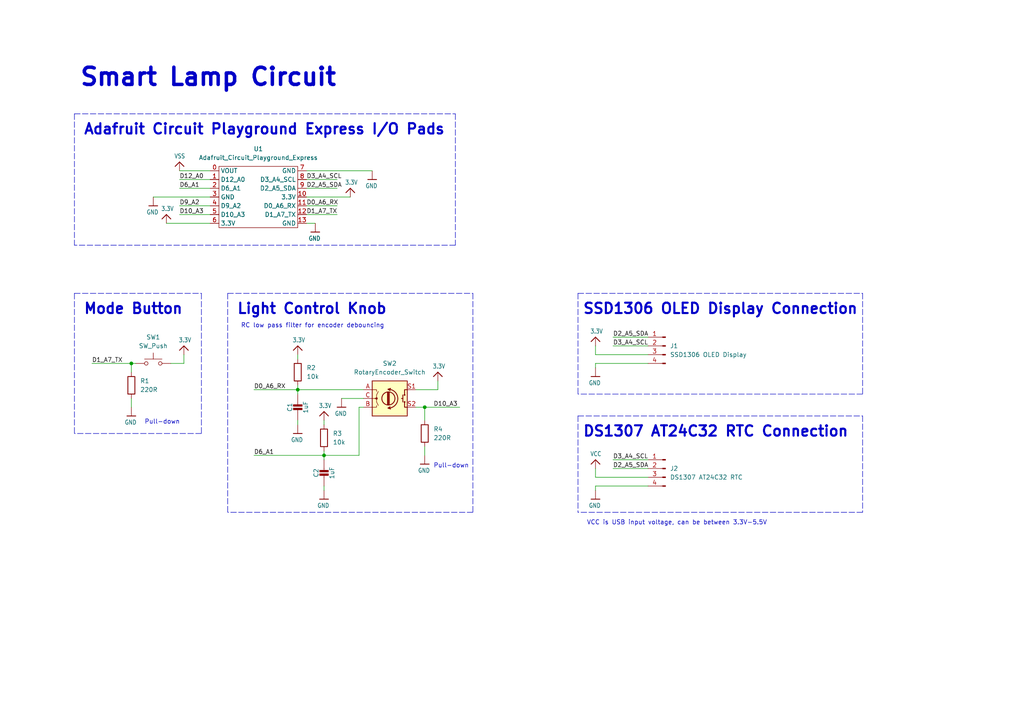
<source format=kicad_sch>
(kicad_sch (version 20211123) (generator eeschema)
  (paper "A4")
  (title_block (title "Smart Lamp Circuit") (date "2022-08-28") (rev "1.0"))
  (lib_symbols
    (symbol "Connector:Conn_01x04_Male" (pin_names (offset 1.016) hide)
      (property "Reference" "J" (at 0 5.08 0))
      (property "Value" "Conn_01x04_Male" (at 0 -7.62 0))
      (symbol "Conn_01x04_Male_1_1"
        (polyline (pts (xy 1.27 -5.08) (xy 0.8636 -5.08)) (stroke (width 0.1524)))
        (polyline (pts (xy 1.27 -2.54) (xy 0.8636 -2.54)) (stroke (width 0.1524)))
        (polyline (pts (xy 1.27 0) (xy 0.8636 0)) (stroke (width 0.1524)))
        (polyline (pts (xy 1.27 2.54) (xy 0.8636 2.54)) (stroke (width 0.1524)))
        (rectangle (start 0.8636 -4.953) (end 0 -5.207) (stroke (width 0.1524)) (fill (type outline)))
        (rectangle (start 0.8636 -2.413) (end 0 -2.667) (stroke (width 0.1524)) (fill (type outline)))
        (rectangle (start 0.8636 0.127) (end 0 -0.127) (stroke (width 0.1524)) (fill (type outline)))
        (rectangle (start 0.8636 2.667) (end 0 2.413) (stroke (width 0.1524)) (fill (type outline)))
        (pin passive line (at 5.08 2.54 180) (length 3.81) (name "Pin_1") (number "1"))
        (pin passive line (at 5.08 0 180) (length 3.81) (name "Pin_2") (number "2"))
        (pin passive line (at 5.08 -2.54 180) (length 3.81) (name "Pin_3") (number "3"))
        (pin passive line (at 5.08 -5.08 180) (length 3.81) (name "Pin_4") (number "4"))
      )
    )
    (symbol "Device:R" (pin_numbers hide) (pin_names (offset 0))
      (property "Reference" "R" (at 2.032 0 90))
      (property "Value" "R" (at 0 0 90))
      (symbol "R_0_1"
        (rectangle (start -1.016 -2.54) (end 1.016 2.54) (stroke (width 0.254)))
      )
      (symbol "R_1_1"
        (pin passive line (at 0 3.81 270) (length 1.27) (name "~") (number "1"))
        (pin passive line (at 0 -3.81 90) (length 1.27) (name "~") (number "2"))
      )
    )
    (symbol "Device:RotaryEncoder_Switch" (pin_names (offset 0.254) hide)
      (property "Reference" "SW" (at 0 6.604 0))
      (property "Value" "RotaryEncoder_Switch" (at 0 -6.604 0))
      (symbol "RotaryEncoder_Switch_0_1"
        (rectangle (start -5.08 5.08) (end 5.08 -5.08) (stroke (width 0.254)) (fill (type background)))
        (circle (center -3.81 0) (radius 0.254) (fill (type outline)))
        (arc (start -0.381 -2.794) (mid 2.3622 -0.0508) (end -0.381 2.667) (stroke (width 0.254)))
        (circle (center -0.381 0) (radius 1.905) (stroke (width 0.254)))
        (polyline (pts (xy -0.635 -1.778) (xy -0.635 1.778)) (stroke (width 0.254)))
        (polyline (pts (xy -0.381 -1.778) (xy -0.381 1.778)) (stroke (width 0.254)))
        (polyline (pts (xy -0.127 1.778) (xy -0.127 -1.778)) (stroke (width 0.254)))
        (polyline (pts (xy 3.81 0) (xy 3.429 0)) (stroke (width 0.254)))
        (polyline (pts (xy 3.81 1.016) (xy 3.81 -1.016)) (stroke (width 0.254)))
        (polyline (pts (xy -5.08 -2.54) (xy -3.81 -2.54) (xy -3.81 -2.032)))
        (polyline (pts (xy -5.08 2.54) (xy -3.81 2.54) (xy -3.81 2.032)))
        (polyline (pts (xy 0.254 -3.048) (xy -0.508 -2.794) (xy 0.127 -2.413)) (stroke (width 0.254)))
        (polyline (pts (xy 0.254 2.921) (xy -0.508 2.667) (xy 0.127 2.286)) (stroke (width 0.254)))
        (polyline (pts (xy 5.08 -2.54) (xy 4.318 -2.54) (xy 4.318 -1.016)) (stroke (width 0.254)))
        (polyline (pts (xy 5.08 2.54) (xy 4.318 2.54) (xy 4.318 1.016)) (stroke (width 0.254)))
        (polyline (pts (xy -5.08 0) (xy -3.81 0) (xy -3.81 -1.016) (xy -3.302 -2.032)))
        (polyline (pts (xy -4.318 0) (xy -3.81 0) (xy -3.81 1.016) (xy -3.302 2.032)))
        (circle (center 4.318 -1.016) (radius 0.127) (stroke (width 0.254)))
        (circle (center 4.318 1.016) (radius 0.127) (stroke (width 0.254)))
      )
      (symbol "RotaryEncoder_Switch_1_1"
        (pin passive line (at -7.62 2.54 0) (length 2.54) (name "A") (number "A"))
        (pin passive line (at -7.62 -2.54 0) (length 2.54) (name "B") (number "B"))
        (pin passive line (at -7.62 0 0) (length 2.54) (name "C") (number "C"))
        (pin passive line (at 7.62 2.54 180) (length 2.54) (name "S1") (number "S1"))
        (pin passive line (at 7.62 -2.54 180) (length 2.54) (name "S2") (number "S2"))
      )
    )
    (symbol "Switch:SW_Push" (pin_numbers hide) (pin_names (offset 1.016) hide)
      (property "Reference" "SW" (at 1.27 2.54 0))
      (property "Value" "SW_Push" (at 0 -1.524 0))
      (symbol "SW_Push_0_1"
        (circle (center -2.032 0) (radius 0.508))
        (polyline (pts (xy 0 1.27) (xy 0 3.048)))
        (polyline (pts (xy 2.54 1.27) (xy -2.54 1.27)))
        (circle (center 2.032 0) (radius 0.508))
        (pin passive line (at -5.08 0 0) (length 2.54) (name "1") (number "1"))
        (pin passive line (at 5.08 0 180) (length 2.54) (name "2") (number "2"))
      )
    )
    (symbol "custom_symbols:Adafruit_Circuit_Playground_Express"
      (property "Reference" "U" (at -10.16 10.16 0))
      (property "Value" "Adafruit_Circuit_Playground_Express" (at 0 -10.16 0))
      (symbol "Adafruit_Circuit_Playground_Express_0_1"
        (rectangle (start -11.43 8.89) (end 11.43 -8.89))
      )
      (symbol "Adafruit_Circuit_Playground_Express_1_1"
        (pin output line (at -13.97 7.62 0) (length 2.54) (name "VOUT") (number "0"))
        (pin output line (at -13.97 5.08 0) (length 2.54) (name "D12_A0") (number "1"))
        (pin output line (at 13.97 0 180) (length 2.54) (name "3.3V") (number "10"))
        (pin output line (at 13.97 -2.54 180) (length 2.54) (name "D0_A6_RX") (number "11"))
        (pin output line (at 13.97 -5.08 180) (length 2.54) (name "D1_A7_TX") (number "12"))
        (pin output line (at 13.97 -7.62 180) (length 2.54) (name "GND") (number "13"))
        (pin output line (at -13.97 2.54 0) (length 2.54) (name "D6_A1") (number "2"))
        (pin output line (at -13.97 0 0) (length 2.54) (name "GND") (number "3"))
        (pin output line (at -13.97 -2.54 0) (length 2.54) (name "D9_A2") (number "4"))
        (pin output line (at -13.97 -5.08 0) (length 2.54) (name "D10_A3") (number "5"))
        (pin output line (at -13.97 -7.62 0) (length 2.54) (name "3.3V") (number "6"))
        (pin output line (at 13.97 7.62 180) (length 2.54) (name "GND") (number "7"))
        (pin output line (at 13.97 5.08 180) (length 2.54) (name "D3_A4_SCL") (number "8"))
        (pin output line (at 13.97 2.54 180) (length 2.54) (name "D2_A5_SDA") (number "9"))
      )
    )
    (symbol "smart_lamp_circuit-eagle-import:3.3V" (power)
      (property "Value" "3.3V" (at -1.524 1.016 0))
      (symbol "3.3V_1_0"
        (polyline (pts (xy -1.27 -1.27) (xy 0 0)) (stroke (width 0.254)))
        (polyline (pts (xy 0 0) (xy 1.27 -1.27)) (stroke (width 0.254)))
        (pin power_in line (at 0 -2.54 90) (length 2.54) (name "3.3V") (number "1"))
      )
    )
    (symbol "smart_lamp_circuit-eagle-import:CAP_CERAMIC0603_NO"
      (property "Reference" "C" (at -2.29 1.25 90))
      (property "Value" "CAP_CERAMIC0603_NO" (at 2.3 1.25 90))
      (symbol "CAP_CERAMIC0603_NO_1_0"
        (rectangle (start -1.27 0.508) (end 1.27 1.016) (fill (type outline)))
        (rectangle (start -1.27 1.524) (end 1.27 2.032) (fill (type outline)))
        (polyline (pts (xy 0 0.762) (xy 0 0)) (stroke (width 0.1524)))
        (polyline (pts (xy 0 2.54) (xy 0 1.778)) (stroke (width 0.1524)))
        (pin passive line (at 0 5.08 270) (length 2.54) (name "1") (number "1"))
        (pin passive line (at 0 -2.54 90) (length 2.54) (name "2") (number "2"))
      )
    )
    (symbol "smart_lamp_circuit-eagle-import:GND" (power)
      (property "Value" "GND" (at -1.524 -2.54 0))
      (symbol "GND_1_0"
        (polyline (pts (xy -1.27 0) (xy 1.27 0)) (stroke (width 0.254)))
        (pin power_in line (at 0 2.54 270) (length 2.54) (name "GND") (number "1"))
      )
    )
  )
  (junction (at 38.1 105.41))
  (junction (at 93.98 132.08))
  (junction (at 86.36 113.03))
  (junction (at 123.19 118.11))
  (wire (pts (xy 88.9 49.53) (xy 107.95 49.53)))
  (wire (pts (xy 52.07 59.69) (xy 60.96 59.69)))
  (polyline (pts (xy 137.16 85.09) (xy 137.16 148.59)))
  (wire (pts (xy 38.1 105.41) (xy 38.1 107.95)))
  (wire (pts (xy 86.36 113.03) (xy 86.36 114.3)))
  (wire (pts (xy 73.66 113.03) (xy 86.36 113.03)))
  (wire (pts (xy 177.8 135.89) (xy 187.96 135.89)))
  (polyline (pts (xy 21.59 33.02) (xy 132.08 33.02)))
  (polyline (pts (xy 21.59 33.02) (xy 21.59 71.12)))
  (wire (pts (xy 172.72 102.87) (xy 187.96 102.87)))
  (wire (pts (xy 88.9 64.77) (xy 91.44 64.77)))
  (wire (pts (xy 88.9 52.07) (xy 97.79 52.07)))
  (wire (pts (xy 38.1 115.57) (xy 38.1 118.11)))
  (polyline (pts (xy 58.42 85.09) (xy 58.42 125.73)))
  (wire (pts (xy 105.41 118.11) (xy 104.14 118.11)))
  (wire (pts (xy 44.45 57.15) (xy 60.96 57.15)))
  (wire (pts (xy 104.14 132.08) (xy 93.98 132.08)))
  (wire (pts (xy 172.72 135.89) (xy 172.72 138.43)))
  (wire (pts (xy 99.06 115.57) (xy 105.41 115.57)))
  (polyline (pts (xy 21.59 85.09) (xy 58.42 85.09)))
  (wire (pts (xy 93.98 140.97) (xy 93.98 142.24)))
  (wire (pts (xy 48.26 64.77) (xy 60.96 64.77)))
  (wire (pts (xy 88.9 57.15) (xy 101.6 57.15)))
  (polyline (pts (xy 66.04 85.09) (xy 137.16 85.09)))
  (wire (pts (xy 172.72 105.41) (xy 172.72 106.68)))
  (wire (pts (xy 88.9 59.69) (xy 97.79 59.69)))
  (wire (pts (xy 177.8 100.33) (xy 187.96 100.33)))
  (polyline (pts (xy 21.59 85.09) (xy 21.59 125.73)))
  (wire (pts (xy 86.36 111.76) (xy 86.36 113.03)))
  (wire (pts (xy 86.36 102.87) (xy 86.36 104.14)))
  (polyline (pts (xy 167.64 85.09) (xy 250.19 85.09)))
  (wire (pts (xy 93.98 132.08) (xy 93.98 133.35)))
  (wire (pts (xy 123.19 129.54) (xy 123.19 132.08)))
  (wire (pts (xy 127 113.03) (xy 127 110.49)))
  (wire (pts (xy 120.65 113.03) (xy 127 113.03)))
  (wire (pts (xy 86.36 121.92) (xy 86.36 123.19)))
  (wire (pts (xy 123.19 118.11) (xy 133.35 118.11)))
  (wire (pts (xy 38.1 105.41) (xy 39.37 105.41)))
  (wire (pts (xy 172.72 100.33) (xy 172.72 102.87)))
  (wire (pts (xy 88.9 62.23) (xy 97.79 62.23)))
  (wire (pts (xy 172.72 140.97) (xy 187.96 140.97)))
  (wire (pts (xy 172.72 105.41) (xy 187.96 105.41)))
  (wire (pts (xy 52.07 49.53) (xy 60.96 49.53)))
  (wire (pts (xy 177.8 97.79) (xy 187.96 97.79)))
  (wire (pts (xy 52.07 54.61) (xy 60.96 54.61)))
  (polyline (pts (xy 250.19 148.59) (xy 167.64 148.59)))
  (wire (pts (xy 120.65 118.11) (xy 123.19 118.11)))
  (wire (pts (xy 88.9 54.61) (xy 97.79 54.61)))
  (wire (pts (xy 53.34 102.87) (xy 53.34 105.41)))
  (polyline (pts (xy 132.08 71.12) (xy 21.59 71.12)))
  (wire (pts (xy 93.98 132.08) (xy 73.66 132.08)))
  (wire (pts (xy 123.19 118.11) (xy 123.19 121.92)))
  (wire (pts (xy 104.14 118.11) (xy 104.14 132.08)))
  (polyline (pts (xy 66.04 85.09) (xy 66.04 148.59)))
  (polyline (pts (xy 250.19 114.3) (xy 167.64 114.3)))
  (wire (pts (xy 172.72 140.97) (xy 172.72 142.24)))
  (polyline (pts (xy 137.16 148.59) (xy 66.04 148.59)))
  (wire (pts (xy 86.36 113.03) (xy 105.41 113.03)))
  (wire (pts (xy 52.07 62.23) (xy 60.96 62.23)))
  (polyline (pts (xy 58.42 125.73) (xy 21.59 125.73)))
  (polyline (pts (xy 250.19 85.09) (xy 250.19 114.3)))
  (wire (pts (xy 177.8 133.35) (xy 187.96 133.35)))
  (wire (pts (xy 93.98 121.92) (xy 93.98 123.19)))
  (polyline (pts (xy 132.08 33.02) (xy 132.08 71.12)))
  (polyline (pts (xy 167.64 120.65) (xy 250.19 120.65)))
  (wire (pts (xy 93.98 130.81) (xy 93.98 132.08)))
  (polyline (pts (xy 250.19 120.65) (xy 250.19 148.59)))
  (polyline (pts (xy 167.64 120.65) (xy 167.64 148.59)))
  (wire (pts (xy 172.72 138.43) (xy 187.96 138.43)))
  (polyline (pts (xy 167.64 85.09) (xy 167.64 114.3)))
  (wire (pts (xy 26.67 105.41) (xy 38.1 105.41)))
  (wire (pts (xy 53.34 105.41) (xy 49.53 105.41)))
  (wire (pts (xy 52.07 52.07) (xy 60.96 52.07)))
  (text "Adafruit Circuit Playground Express I/O Pads" (at 24.13 39.37 0) (effects (font (size 3 3) bold) (justify left bottom)))
  (text "Pull-down" (at 41.91 123.19 0) (effects (font (size 1.27 1.27)) (justify left bottom)))
  (text "RC low pass filter for encoder debouncing" (at 69.85 95.25 0) (effects (font (size 1.27 1.27)) (justify left bottom)))
  (text "Light Control Knob" (at 68.58 91.44 0) (effects (font (size 3 3) bold) (justify left bottom)))
  (text "Pull-down" (at 125.73 135.89 0) (effects (font (size 1.27 1.27)) (justify left bottom)))
  (text "DS1307 AT24C32 RTC Connection" (at 168.91 127 0) (effects (font (size 3 3) (thickness 0.6) bold) (justify left bottom)))
  (text "Smart Lamp Circuit" (at 22.86 25.4 0) (effects (font (size 5 5) bold) (justify left bottom)))
  (text "VCC is USB input voltage, can be between 3.3V-5.5V" (at 170.18 152.4 0) (effects (font (size 1.27 1.27)) (justify left bottom)))
  (text "Mode Button" (at 24.13 91.44 0) (effects (font (size 3 3) bold) (justify left bottom)))
  (text "SSD1306 OLED Display Connection" (at 168.91 91.44 0) (effects (font (size 3 3) (thickness 0.6) bold) (justify left bottom)))
  (label "D3_A4_SCL" (at 88.9 52.07 0) (effects (font (size 1.2446 1.2446))))
  (label "D9_A2" (at 52.07 59.69 0) (effects (font (size 1.2446 1.2446))))
  (label "D1_A7_TX" (at 88.9 62.23 0) (effects (font (size 1.2446 1.2446))))
  (label "D3_A4_SCL" (at 177.8 133.35 0) (effects (font (size 1.2446 1.2446))))
  (label "D0_A6_RX" (at 88.9 59.69 0) (effects (font (size 1.2446 1.2446))))
  (label "D12_A0" (at 52.07 52.07 0) (effects (font (size 1.2446 1.2446))))
  (label "D3_A4_SCL" (at 177.8 100.33 0) (effects (font (size 1.2446 1.2446))))
  (label "D10_A3" (at 52.07 62.23 0) (effects (font (size 1.2446 1.2446))))
  (label "D2_A5_SDA" (at 88.9 54.61 0) (effects (font (size 1.2446 1.2446))))
  (label "D6_A1" (at 73.66 132.08 0) (effects (font (size 1.2446 1.2446))))
  (label "D2_A5_SDA" (at 177.8 135.89 0) (effects (font (size 1.2446 1.2446))))
  (label "D0_A6_RX" (at 73.66 113.03 0) (effects (font (size 1.2446 1.2446))))
  (label "D10_A3" (at 125.73 118.11 0) (effects (font (size 1.2446 1.2446))))
  (label "D6_A1" (at 52.07 54.61 0) (effects (font (size 1.2446 1.2446))))
  (label "D2_A5_SDA" (at 177.8 97.79 0) (effects (font (size 1.2446 1.2446))))
  (label "D1_A7_TX" (at 26.67 105.41 0) (effects (font (size 1.2446 1.2446))))
  (symbol (lib_id "smart_lamp_circuit-eagle-import:GND") (at 44.45 59.69 0) (mirror y) (unit 1)
    (property "Reference" "#GND02" (effects hide))
    (property "Value" "GND" (at 45.974 62.23 0) (effects (font (size 1.27 1.0795)) (justify left bottom)))
    (property "Footprint" "smart_lamp_circuit:" (effects hide))
  )
  (symbol (lib_id "Device:R") (at 86.36 107.95 0) (unit 1)
    (property "Reference" "R2" (at 88.9 106.6799 0) (effects (justify left)))
    (property "Value" "10k" (at 88.9 109.2199 0) (effects (justify left)))
  )
  (symbol (lib_id "smart_lamp_circuit-eagle-import:3.3V") (at 52.07 46.99 0) (unit 1)
    (property "Reference" "#U$02" (effects hide))
    (property "Value" "VSS" (at 50.546 45.974 0) (effects (font (size 1.27 1.0795)) (justify left bottom)))
    (property "Footprint" "smart_lamp_circuit:" (effects hide))
  )
  (symbol (lib_id "custom_symbols:Adafruit_Circuit_Playground_Express") (at 74.93 57.15 0) (unit 1)
    (property "Reference" "U1" (at 74.93 43.18 0))
    (property "Value" "Adafruit_Circuit_Playground_Express" (at 74.93 45.72 0))
  )
  (symbol (lib_id "smart_lamp_circuit-eagle-import:GND") (at 99.06 118.11 0) (mirror y) (unit 1)
    (property "Reference" "#GND06" (effects hide))
    (property "Value" "GND" (at 100.584 120.65 0) (effects (font (size 1.27 1.0795)) (justify left bottom)))
    (property "Footprint" "smart_lamp_circuit:" (effects hide))
  )
  (symbol (lib_id "smart_lamp_circuit-eagle-import:CAP_CERAMIC0603_NO") (at 93.98 138.43 0) (unit 1)
    (property "Reference" "C2" (at 91.69 137.18 90))
    (property "Value" "1uF" (at 96.28 137.18 90))
    (property "Footprint" "smart_lamp_circuit:0603-NO" (effects hide))
  )
  (symbol (lib_id "smart_lamp_circuit-eagle-import:3.3V") (at 101.6 54.61 0) (unit 1)
    (property "Reference" "#U$06" (effects hide))
    (property "Value" "3.3V" (at 100.076 53.594 0) (effects (font (size 1.27 1.0795)) (justify left bottom)))
    (property "Footprint" "smart_lamp_circuit:" (effects hide))
  )
  (symbol (lib_id "smart_lamp_circuit-eagle-import:GND") (at 91.44 67.31 0) (mirror y) (unit 1)
    (property "Reference" "#GND04" (effects hide))
    (property "Value" "GND" (at 92.964 69.85 0) (effects (font (size 1.27 1.0795)) (justify left bottom)))
    (property "Footprint" "smart_lamp_circuit:" (effects hide))
  )
  (symbol (lib_id "Device:R") (at 93.98 127 0) (unit 1)
    (property "Reference" "R3" (at 96.52 125.7299 0) (effects (justify left)))
    (property "Value" "10k" (at 96.52 128.2699 0) (effects (justify left)))
  )
  (symbol (lib_id "Connector:Conn_01x04_Male") (at 193.04 100.33 0) (mirror y) (unit 1)
    (property "Reference" "J1" (at 194.31 100.3299 0) (effects (justify right)))
    (property "Value" "SSD1306 OLED Display" (at 194.31 102.8699 0) (effects (justify right)))
  )
  (symbol (lib_id "smart_lamp_circuit-eagle-import:GND") (at 93.98 144.78 0) (mirror y) (unit 1)
    (property "Reference" "#GND05" (effects hide))
    (property "Value" "GND" (at 95.504 147.32 0) (effects (font (size 1.27 1.0795)) (justify left bottom)))
    (property "Footprint" "smart_lamp_circuit:" (effects hide))
  )
  (symbol (lib_id "Device:R") (at 38.1 111.76 0) (unit 1)
    (property "Reference" "R1" (at 40.64 110.4899 0) (effects (justify left)))
    (property "Value" "220R" (at 40.64 113.0299 0) (effects (justify left)))
  )
  (symbol (lib_id "smart_lamp_circuit-eagle-import:GND") (at 172.72 144.78 0) (mirror y) (unit 1)
    (property "Reference" "#GND010" (effects hide))
    (property "Value" "GND" (at 174.244 147.32 0) (effects (font (size 1.27 1.0795)) (justify left bottom)))
    (property "Footprint" "smart_lamp_circuit:" (effects hide))
  )
  (symbol (lib_id "Switch:SW_Push") (at 44.45 105.41 0) (unit 1)
    (property "Reference" "SW1" (at 44.45 97.79 0))
    (property "Value" "SW_Push" (at 44.45 100.33 0))
  )
  (symbol (lib_id "smart_lamp_circuit-eagle-import:3.3V") (at 86.36 100.33 0) (unit 1)
    (property "Reference" "#U$04" (effects hide))
    (property "Value" "3.3V" (at 84.836 99.314 0) (effects (font (size 1.27 1.0795)) (justify left bottom)))
    (property "Footprint" "smart_lamp_circuit:" (effects hide))
  )
  (symbol (lib_id "smart_lamp_circuit-eagle-import:GND") (at 123.19 134.62 0) (mirror y) (unit 1)
    (property "Reference" "#GND08" (effects hide))
    (property "Value" "GND" (at 124.714 137.16 0) (effects (font (size 1.27 1.0795)) (justify left bottom)))
    (property "Footprint" "smart_lamp_circuit:" (effects hide))
  )
  (symbol (lib_id "smart_lamp_circuit-eagle-import:3.3V") (at 172.72 133.35 0) (unit 1)
    (property "Reference" "#U$09" (effects hide))
    (property "Value" "VCC" (at 171.196 132.334 0) (effects (font (size 1.27 1.0795)) (justify left bottom)))
    (property "Footprint" "smart_lamp_circuit:" (effects hide))
  )
  (symbol (lib_id "smart_lamp_circuit-eagle-import:3.3V") (at 93.98 119.38 0) (unit 1)
    (property "Reference" "#U$05" (effects hide))
    (property "Value" "3.3V" (at 92.456 118.364 0) (effects (font (size 1.27 1.0795)) (justify left bottom)))
    (property "Footprint" "smart_lamp_circuit:" (effects hide))
  )
  (symbol (lib_id "Connector:Conn_01x04_Male") (at 193.04 135.89 0) (mirror y) (unit 1)
    (property "Reference" "J2" (at 194.31 135.8899 0) (effects (justify right)))
    (property "Value" "DS1307 AT24C32 RTC" (at 194.31 138.4299 0) (effects (justify right)))
  )
  (symbol (lib_id "smart_lamp_circuit-eagle-import:GND") (at 38.1 120.65 0) (mirror y) (unit 1)
    (property "Reference" "#GND01" (effects hide))
    (property "Value" "GND" (at 39.624 123.19 0) (effects (font (size 1.27 1.0795)) (justify left bottom)))
    (property "Footprint" "smart_lamp_circuit:" (effects hide))
  )
  (symbol (lib_id "smart_lamp_circuit-eagle-import:3.3V") (at 48.26 62.23 0) (unit 1)
    (property "Reference" "#U$01" (effects hide))
    (property "Value" "3.3V" (at 46.736 61.214 0) (effects (font (size 1.27 1.0795)) (justify left bottom)))
    (property "Footprint" "smart_lamp_circuit:" (effects hide))
  )
  (symbol (lib_id "smart_lamp_circuit-eagle-import:3.3V") (at 53.34 100.33 0) (unit 1)
    (property "Reference" "#U$03" (effects hide))
    (property "Value" "3.3V" (at 51.816 99.314 0) (effects (font (size 1.27 1.0795)) (justify left bottom)))
    (property "Footprint" "smart_lamp_circuit:" (effects hide))
  )
  (symbol (lib_id "smart_lamp_circuit-eagle-import:CAP_CERAMIC0603_NO") (at 86.36 119.38 0) (unit 1)
    (property "Reference" "C1" (at 84.07 118.13 90))
    (property "Value" "1uF" (at 88.66 118.13 90))
    (property "Footprint" "smart_lamp_circuit:0603-NO" (effects hide))
  )
  (symbol (lib_id "smart_lamp_circuit-eagle-import:GND") (at 86.36 125.73 0) (mirror y) (unit 1)
    (property "Reference" "#GND03" (effects hide))
    (property "Value" "GND" (at 87.884 128.27 0) (effects (font (size 1.27 1.0795)) (justify left bottom)))
    (property "Footprint" "smart_lamp_circuit:" (effects hide))
  )
  (symbol (lib_id "Device:R") (at 123.19 125.73 0) (unit 1)
    (property "Reference" "R4" (at 125.73 124.4599 0) (effects (justify left)))
    (property "Value" "220R" (at 125.73 126.9999 0) (effects (justify left)))
  )
  (symbol (lib_id "smart_lamp_circuit-eagle-import:3.3V") (at 127 107.95 0) (unit 1)
    (property "Reference" "#U$07" (effects hide))
    (property "Value" "3.3V" (at 125.476 106.934 0) (effects (font (size 1.27 1.0795)) (justify left bottom)))
    (property "Footprint" "smart_lamp_circuit:" (effects hide))
  )
  (symbol (lib_id "smart_lamp_circuit-eagle-import:3.3V") (at 172.72 97.79 0) (unit 1)
    (property "Reference" "#U$08" (effects hide))
    (property "Value" "3.3V" (at 171.196 96.774 0) (effects (font (size 1.27 1.0795)) (justify left bottom)))
    (property "Footprint" "smart_lamp_circuit:" (effects hide))
  )
  (symbol (lib_id "smart_lamp_circuit-eagle-import:GND") (at 107.95 52.07 0) (mirror y) (unit 1)
    (property "Reference" "#GND07" (effects hide))
    (property "Value" "GND" (at 109.474 54.61 0) (effects (font (size 1.27 1.0795)) (justify left bottom)))
    (property "Footprint" "smart_lamp_circuit:" (effects hide))
  )
  (symbol (lib_id "Device:RotaryEncoder_Switch") (at 113.03 115.57 0) (unit 1)
    (property "Reference" "SW2" (at 113.03 105.41 0))
    (property "Value" "RotaryEncoder_Switch" (at 113.03 107.95 0))
  )
  (symbol (lib_id "smart_lamp_circuit-eagle-import:GND") (at 172.72 109.22 0) (mirror y) (unit 1)
    (property "Reference" "#GND09" (effects hide))
    (property "Value" "GND" (at 174.244 111.76 0) (effects (font (size 1.27 1.0795)) (justify left bottom)))
    (property "Footprint" "smart_lamp_circuit:" (effects hide))
  )
)
</source>
